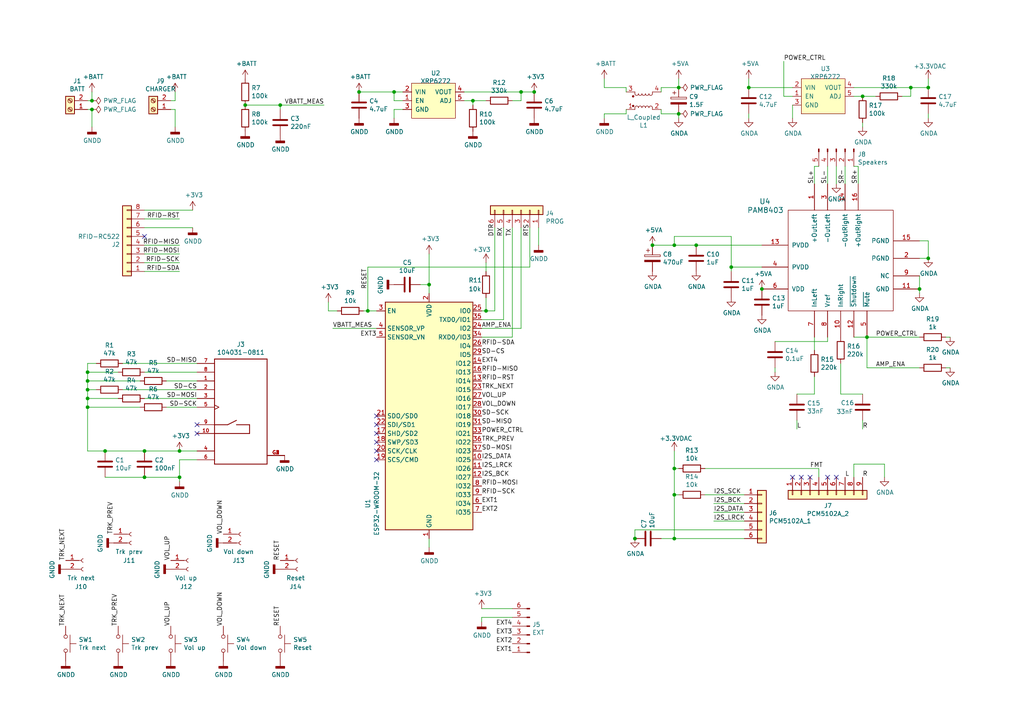
<source format=kicad_sch>
(kicad_sch (version 20211123) (generator eeschema)
  (paper "A4")
  (title_block (title "LauraBox") (date "27.09.2020") (rev "1.0"))
  (junction (at 26.67 31.75))
  (junction (at 25.4 110.49))
  (junction (at 52.07 130.81))
  (junction (at 201.93 71.12))
  (junction (at 196.85 25.4))
  (junction (at 217.17 25.4))
  (junction (at 264.16 25.4))
  (junction (at 104.14 26.67))
  (junction (at 250.19 27.94))
  (junction (at 124.46 82.55))
  (junction (at 220.98 83.82))
  (junction (at 114.3 26.67))
  (junction (at 212.09 77.47))
  (junction (at 195.58 143.51))
  (junction (at 195.58 135.89))
  (junction (at 25.4 107.95))
  (junction (at 195.58 71.12))
  (junction (at 269.24 25.4))
  (junction (at 269.24 74.93))
  (junction (at 140.97 90.17))
  (junction (at 137.16 29.21))
  (junction (at 151.13 26.67))
  (junction (at 25.4 115.57))
  (junction (at 71.12 30.48))
  (junction (at 81.28 30.48))
  (junction (at 251.46 97.79))
  (junction (at 52.07 138.43))
  (junction (at 196.85 33.02))
  (junction (at 41.91 130.81))
  (junction (at 41.91 138.43))
  (junction (at 26.67 29.21))
  (junction (at 25.4 113.03))
  (junction (at 25.4 118.11))
  (junction (at 30.48 130.81))
  (junction (at 106.68 90.17))
  (junction (at 195.58 156.21))
  (junction (at 189.23 71.12))
  (junction (at 184.15 156.21))
  (junction (at 266.7 83.82))
  (junction (at 154.94 26.67))
  (no_connect (at 242.57 138.43))
  (no_connect (at 234.95 138.43))
  (no_connect (at 109.22 120.65))
  (no_connect (at 232.41 138.43))
  (no_connect (at 109.22 133.35))
  (no_connect (at 57.15 125.73))
  (no_connect (at 109.22 123.19))
  (no_connect (at 229.87 138.43))
  (no_connect (at 41.91 68.58))
  (no_connect (at 109.22 130.81))
  (no_connect (at 240.03 138.43))
  (no_connect (at 57.15 123.19))
  (no_connect (at 109.22 128.27))
  (no_connect (at 109.22 125.73))
  (wire (pts (xy 243.84 114.3) (xy 243.84 105.41)))
  (wire (pts (xy 217.17 25.4) (xy 229.87 25.4)))
  (wire (pts (xy 96.52 95.25) (xy 109.22 95.25)))
  (wire (pts (xy 52.07 63.5) (xy 41.91 63.5)))
  (wire (pts (xy 151.13 26.67) (xy 151.13 29.21)))
  (wire (pts (xy 189.23 71.12) (xy 195.58 71.12)))
  (wire (pts (xy 266.7 80.01) (xy 266.7 83.82)))
  (wire (pts (xy 231.14 114.3) (xy 236.22 114.3)))
  (wire (pts (xy 201.93 71.12) (xy 220.98 71.12)))
  (wire (pts (xy 146.05 66.04) (xy 146.05 92.71)))
  (wire (pts (xy 41.91 115.57) (xy 57.15 115.57)))
  (wire (pts (xy 109.22 90.17) (xy 106.68 90.17)))
  (wire (pts (xy 196.85 143.51) (xy 195.58 143.51)))
  (wire (pts (xy 236.22 114.3) (xy 236.22 109.22)))
  (wire (pts (xy 25.4 130.81) (xy 30.48 130.81)))
  (wire (pts (xy 181.61 26.67) (xy 181.61 25.4)))
  (wire (pts (xy 237.49 138.43) (xy 237.49 135.89)))
  (wire (pts (xy 251.46 97.79) (xy 251.46 106.68)))
  (wire (pts (xy 139.7 90.17) (xy 140.97 90.17)))
  (wire (pts (xy 256.54 134.62) (xy 256.54 138.43)))
  (wire (pts (xy 181.61 31.75) (xy 181.61 33.02)))
  (wire (pts (xy 116.84 29.21) (xy 114.3 29.21)))
  (wire (pts (xy 25.4 29.21) (xy 26.67 29.21)))
  (wire (pts (xy 139.7 176.53) (xy 148.59 176.53)))
  (wire (pts (xy 148.59 97.79) (xy 148.59 66.04)))
  (wire (pts (xy 124.46 73.66) (xy 124.46 82.55)))
  (wire (pts (xy 204.47 135.89) (xy 237.49 135.89)))
  (wire (pts (xy 52.07 73.66) (xy 41.91 73.66)))
  (wire (pts (xy 227.33 17.78) (xy 227.33 27.94)))
  (wire (pts (xy 247.65 48.26) (xy 248.92 48.26)))
  (wire (pts (xy 204.47 143.51) (xy 215.9 143.51)))
  (wire (pts (xy 195.58 143.51) (xy 195.58 156.21)))
  (wire (pts (xy 247.65 138.43) (xy 247.65 134.62)))
  (wire (pts (xy 52.07 133.35) (xy 57.15 133.35)))
  (wire (pts (xy 139.7 95.25) (xy 151.13 95.25)))
  (wire (pts (xy 266.7 69.85) (xy 269.24 69.85)))
  (wire (pts (xy 139.7 179.07) (xy 148.59 179.07)))
  (wire (pts (xy 48.26 118.11) (xy 57.15 118.11)))
  (wire (pts (xy 229.87 30.48) (xy 229.87 34.29)))
  (wire (pts (xy 106.68 77.47) (xy 106.68 90.17)))
  (wire (pts (xy 250.19 124.46) (xy 250.19 121.92)))
  (wire (pts (xy 247.65 27.94) (xy 250.19 27.94)))
  (wire (pts (xy 27.94 113.03) (xy 25.4 113.03)))
  (wire (pts (xy 48.26 110.49) (xy 57.15 110.49)))
  (wire (pts (xy 134.62 29.21) (xy 137.16 29.21)))
  (wire (pts (xy 25.4 110.49) (xy 25.4 113.03)))
  (wire (pts (xy 247.65 134.62) (xy 256.54 134.62)))
  (wire (pts (xy 251.46 97.79) (xy 266.7 97.79)))
  (wire (pts (xy 140.97 90.17) (xy 140.97 86.36)))
  (wire (pts (xy 175.26 22.86) (xy 175.26 25.4)))
  (wire (pts (xy 26.67 31.75) (xy 26.67 36.83)))
  (wire (pts (xy 207.01 146.05) (xy 215.9 146.05)))
  (wire (pts (xy 195.58 71.12) (xy 201.93 71.12)))
  (wire (pts (xy 195.58 156.21) (xy 191.77 156.21)))
  (wire (pts (xy 191.77 26.67) (xy 191.77 25.4)))
  (wire (pts (xy 266.7 106.68) (xy 251.46 106.68)))
  (wire (pts (xy 195.58 135.89) (xy 195.58 143.51)))
  (wire (pts (xy 191.77 31.75) (xy 191.77 33.02)))
  (wire (pts (xy 231.14 124.46) (xy 231.14 121.92)))
  (wire (pts (xy 274.32 106.68) (xy 275.59 106.68)))
  (wire (pts (xy 143.51 66.04) (xy 143.51 90.17)))
  (wire (pts (xy 40.64 110.49) (xy 25.4 110.49)))
  (wire (pts (xy 151.13 29.21) (xy 148.59 29.21)))
  (wire (pts (xy 196.85 22.86) (xy 196.85 25.4)))
  (wire (pts (xy 217.17 25.4) (xy 217.17 22.86)))
  (wire (pts (xy 236.22 97.79) (xy 236.22 101.6)))
  (wire (pts (xy 195.58 68.58) (xy 195.58 71.12)))
  (wire (pts (xy 227.33 27.94) (xy 229.87 27.94)))
  (wire (pts (xy 124.46 156.21) (xy 124.46 158.75)))
  (wire (pts (xy 264.16 25.4) (xy 269.24 25.4)))
  (wire (pts (xy 236.22 48.26) (xy 237.49 48.26)))
  (wire (pts (xy 95.25 87.63) (xy 95.25 90.17)))
  (wire (pts (xy 220.98 77.47) (xy 212.09 77.47)))
  (wire (pts (xy 106.68 90.17) (xy 105.41 90.17)))
  (wire (pts (xy 124.46 82.55) (xy 124.46 85.09)))
  (wire (pts (xy 261.62 27.94) (xy 264.16 27.94)))
  (wire (pts (xy 40.64 118.11) (xy 25.4 118.11)))
  (wire (pts (xy 181.61 25.4) (xy 175.26 25.4)))
  (wire (pts (xy 139.7 180.34) (xy 139.7 179.07)))
  (wire (pts (xy 95.25 90.17) (xy 97.79 90.17)))
  (wire (pts (xy 212.09 77.47) (xy 212.09 78.74)))
  (wire (pts (xy 207.01 148.59) (xy 215.9 148.59)))
  (wire (pts (xy 41.91 60.96) (xy 55.88 60.96)))
  (wire (pts (xy 247.65 97.79) (xy 251.46 97.79)))
  (wire (pts (xy 191.77 25.4) (xy 196.85 25.4)))
  (wire (pts (xy 25.4 113.03) (xy 25.4 115.57)))
  (wire (pts (xy 250.19 35.56) (xy 250.19 36.83)))
  (wire (pts (xy 25.4 118.11) (xy 25.4 130.81)))
  (wire (pts (xy 25.4 31.75) (xy 26.67 31.75)))
  (wire (pts (xy 114.3 26.67) (xy 116.84 26.67)))
  (wire (pts (xy 30.48 138.43) (xy 41.91 138.43)))
  (wire (pts (xy 250.19 114.3) (xy 243.84 114.3)))
  (wire (pts (xy 52.07 133.35) (xy 52.07 138.43)))
  (wire (pts (xy 245.11 48.26) (xy 245.11 53.34)))
  (wire (pts (xy 52.07 76.2) (xy 41.91 76.2)))
  (wire (pts (xy 250.19 27.94) (xy 254 27.94)))
  (wire (pts (xy 104.14 26.67) (xy 114.3 26.67)))
  (wire (pts (xy 184.15 153.67) (xy 184.15 156.21)))
  (wire (pts (xy 224.79 99.06) (xy 240.03 99.06)))
  (wire (pts (xy 242.57 48.26) (xy 242.57 53.34)))
  (wire (pts (xy 151.13 26.67) (xy 154.94 26.67)))
  (wire (pts (xy 50.8 31.75) (xy 50.8 36.83)))
  (wire (pts (xy 25.4 107.95) (xy 25.4 110.49)))
  (wire (pts (xy 114.3 29.21) (xy 114.3 26.67)))
  (wire (pts (xy 41.91 138.43) (xy 52.07 138.43)))
  (wire (pts (xy 41.91 130.81) (xy 52.07 130.81)))
  (wire (pts (xy 35.56 113.03) (xy 57.15 113.03)))
  (wire (pts (xy 248.92 48.26) (xy 248.92 53.34)))
  (wire (pts (xy 274.32 97.79) (xy 275.59 97.79)))
  (wire (pts (xy 30.48 130.81) (xy 41.91 130.81)))
  (wire (pts (xy 247.65 25.4) (xy 264.16 25.4)))
  (wire (pts (xy 212.09 77.47) (xy 212.09 68.58)))
  (wire (pts (xy 240.03 53.34) (xy 240.03 48.26)))
  (wire (pts (xy 34.29 107.95) (xy 25.4 107.95)))
  (wire (pts (xy 81.28 30.48) (xy 81.28 31.75)))
  (wire (pts (xy 52.07 78.74) (xy 41.91 78.74)))
  (wire (pts (xy 195.58 156.21) (xy 215.9 156.21)))
  (wire (pts (xy 224.79 106.68) (xy 224.79 107.95)))
  (wire (pts (xy 114.3 31.75) (xy 114.3 34.29)))
  (wire (pts (xy 269.24 22.86) (xy 269.24 25.4)))
  (wire (pts (xy 266.7 74.93) (xy 269.24 74.93)))
  (wire (pts (xy 175.26 33.02) (xy 175.26 34.29)))
  (wire (pts (xy 266.7 83.82) (xy 266.7 85.09)))
  (wire (pts (xy 25.4 105.41) (xy 27.94 105.41)))
  (wire (pts (xy 212.09 68.58) (xy 195.58 68.58)))
  (wire (pts (xy 146.05 92.71) (xy 139.7 92.71)))
  (wire (pts (xy 71.12 30.48) (xy 81.28 30.48)))
  (wire (pts (xy 269.24 33.02) (xy 269.24 34.29)))
  (wire (pts (xy 121.92 82.55) (xy 124.46 82.55)))
  (wire (pts (xy 181.61 33.02) (xy 175.26 33.02)))
  (wire (pts (xy 151.13 95.25) (xy 151.13 66.04)))
  (wire (pts (xy 240.03 99.06) (xy 240.03 97.79)))
  (wire (pts (xy 153.67 77.47) (xy 106.68 77.47)))
  (wire (pts (xy 143.51 90.17) (xy 140.97 90.17)))
  (wire (pts (xy 137.16 29.21) (xy 137.16 30.48)))
  (wire (pts (xy 41.91 66.04) (xy 55.88 66.04)))
  (wire (pts (xy 196.85 33.02) (xy 196.85 34.29)))
  (wire (pts (xy 137.16 29.21) (xy 140.97 29.21)))
  (wire (pts (xy 156.21 66.04) (xy 156.21 71.12)))
  (wire (pts (xy 207.01 151.13) (xy 215.9 151.13)))
  (wire (pts (xy 49.53 29.21) (xy 50.8 29.21)))
  (wire (pts (xy 41.91 107.95) (xy 57.15 107.95)))
  (wire (pts (xy 153.67 66.04) (xy 153.67 77.47)))
  (wire (pts (xy 191.77 33.02) (xy 196.85 33.02)))
  (wire (pts (xy 49.53 31.75) (xy 50.8 31.75)))
  (wire (pts (xy 264.16 27.94) (xy 264.16 25.4)))
  (wire (pts (xy 195.58 130.81) (xy 195.58 135.89)))
  (wire (pts (xy 140.97 76.2) (xy 140.97 78.74)))
  (wire (pts (xy 25.4 105.41) (xy 25.4 107.95)))
  (wire (pts (xy 184.15 153.67) (xy 215.9 153.67)))
  (wire (pts (xy 25.4 115.57) (xy 25.4 118.11)))
  (wire (pts (xy 52.07 71.12) (xy 41.91 71.12)))
  (wire (pts (xy 34.29 115.57) (xy 25.4 115.57)))
  (wire (pts (xy 269.24 69.85) (xy 269.24 74.93)))
  (wire (pts (xy 116.84 31.75) (xy 114.3 31.75)))
  (wire (pts (xy 35.56 105.41) (xy 57.15 105.41)))
  (wire (pts (xy 139.7 97.79) (xy 148.59 97.79)))
  (wire (pts (xy 52.07 138.43) (xy 52.07 139.7)))
  (wire (pts (xy 217.17 33.02) (xy 217.17 34.29)))
  (wire (pts (xy 26.67 26.67) (xy 26.67 29.21)))
  (wire (pts (xy 134.62 26.67) (xy 151.13 26.67)))
  (wire (pts (xy 52.07 130.81) (xy 57.15 130.81)))
  (wire (pts (xy 93.98 30.48) (xy 81.28 30.48)))
  (wire (pts (xy 50.8 26.67) (xy 50.8 29.21)))
  (wire (pts (xy 196.85 135.89) (xy 195.58 135.89)))
  (wire (pts (xy 236.22 53.34) (xy 236.22 48.26)))
  (label "RESET" (at 106.68 83.82 90))
  (label "VBATT_MEAS" (at 93.98 30.48 180))
  (label "VOL_UP" (at 49.53 162.56 90))
  (label "TRK_NEXT" (at 19.05 181.61 90))
  (label "TRK_NEXT" (at 19.05 162.56 90))
  (label "EXT3" (at 109.22 97.79 180))
  (label "RESET" (at 81.28 162.56 90))
  (label "RFID-SDA" (at 52.07 78.74 180))
  (label "SR-" (at 245.11 53.34 90))
  (label "L" (at 231.14 124.46 0))
  (label "EXT1" (at 148.59 189.23 180))
  (label "SD-MISO" (at 139.7 123.19 0))
  (label "VOL_DOWN" (at 139.7 118.11 0))
  (label "SD-CS" (at 57.15 113.03 180))
  (label "RFID-MOSI" (at 52.07 73.66 180))
  (label "RFID-RST" (at 139.7 110.49 0))
  (label "FMT" (at 234.95 135.89 0))
  (label "I2S_LRCK" (at 207.01 151.13 0))
  (label "RTS" (at 153.67 68.58 90))
  (label "VOL_UP" (at 139.7 115.57 0))
  (label "SD-SCK" (at 139.7 120.65 0))
  (label "SL-" (at 240.03 53.34 90))
  (label "SD-MOSI" (at 139.7 130.81 0))
  (label "POWER_CTRL" (at 139.7 125.73 0))
  (label "TRK_PREV" (at 139.7 128.27 0))
  (label "EXT3" (at 148.59 184.15 180))
  (label "TRK_NEXT" (at 139.7 113.03 0))
  (label "I2S_BCK" (at 207.01 146.05 0))
  (label "DTR" (at 143.51 68.58 90))
  (label "SD-MISO" (at 57.15 105.41 180))
  (label "RFID-RST" (at 52.07 63.5 180))
  (label "POWER_CTRL" (at 227.33 17.78 0))
  (label "I2S_SCK" (at 207.01 143.51 0))
  (label "EXT4" (at 148.59 181.61 180))
  (label "POWER_CTRL" (at 254 97.79 0))
  (label "TX" (at 148.59 68.58 90))
  (label "EXT2" (at 148.59 186.69 180))
  (label "L" (at 245.11 138.43 0))
  (label "RFID-SCK" (at 139.7 143.51 0))
  (label "SR+" (at 248.92 53.34 90))
  (label "VOL_UP" (at 49.53 181.61 90))
  (label "I2S_DATA" (at 207.01 148.59 0))
  (label "RFID-MISO" (at 52.07 71.12 180))
  (label "TRK_PREV" (at 33.02 154.94 90))
  (label "I2S_DATA" (at 139.7 133.35 0))
  (label "SD-CS" (at 139.7 102.87 0))
  (label "VOL_DOWN" (at 64.77 154.94 90))
  (label "VOL_DOWN" (at 64.77 181.61 90))
  (label "EXT4" (at 139.7 105.41 0))
  (label "SD-MOSI" (at 57.15 115.57 180))
  (label "VBATT_MEAS" (at 96.52 95.25 0))
  (label "RFID-SDA" (at 139.7 100.33 0))
  (label "SD-SCK" (at 57.15 118.11 180))
  (label "EXT1" (at 139.7 146.05 0))
  (label "I2S_LRCK" (at 139.7 135.89 0))
  (label "R" (at 250.19 124.46 0))
  (label "SL+" (at 236.22 53.34 90))
  (label "RFID-SCK" (at 52.07 76.2 180))
  (label "AMP_ENA" (at 254 106.68 0))
  (label "EXT2" (at 139.7 148.59 0))
  (label "TRK_PREV" (at 34.29 181.61 90))
  (label "RFID-MISO" (at 139.7 107.95 0))
  (label "AMP_ENA" (at 139.7 95.25 0))
  (label "R" (at 250.19 138.43 0))
  (label "RFID-MOSI" (at 139.7 140.97 0))
  (label "I2S_BCK" (at 139.7 138.43 0))
  (label "RESET" (at 81.28 181.61 90))
  (label "RX" (at 146.05 68.58 90))
  (symbol (lib_id "hardware-rescue:ESP32-WROOM-32-RF_Module-hardware-rescue") (at 124.46 120.65 0) (unit 1)
    (property "Reference" "U1" (at 106.68 146.05 90))
    (property "Value" "ESP32-WROOM-32" (at 109.22 146.05 90))
    (property "Footprint" "RF_Module:ESP32-WROOM-32" (effects hide))
    (property "Datasheet" "https://www.espressif.com/sites/default/files/documentation/esp32-wroom-32_datasheet_en.pdf" (effects hide))
  )
  (symbol (lib_id "Connector_Generic:Conn_01x08") (at 36.83 71.12 180) (unit 1)
    (property "Reference" "J2" (at 34.798 70.9168 0) (effects (justify left)))
    (property "Value" "RFID-RC522" (at 34.798 68.6054 0) (effects (justify left)))
    (property "Footprint" "RFID-RC522:RFID-RC522-Module" (effects hide))
  )
  (symbol (lib_id "Connector_Generic:Conn_01x06") (at 220.98 148.59 0) (unit 1)
    (property "Reference" "J6" (at 223.012 148.7932 0) (effects (justify left)))
    (property "Value" "PCM5102A_1" (at 223.012 151.1046 0) (effects (justify left)))
    (property "Footprint" "Connector_PinSocket_2.54mm:PinSocket_1x06_P2.54mm_Vertical" (effects hide))
  )
  (symbol (lib_id "Connector_Generic:Conn_01x09") (at 240.03 143.51 90) (mirror x) (unit 1)
    (property "Reference" "J7" (at 240.1316 146.685 90))
    (property "Value" "PCM5102A_2" (at 240.1316 148.9964 90))
    (property "Footprint" "Connector_PinSocket_2.54mm:PinSocket_1x09_P2.54mm_Vertical" (effects hide))
  )
  (symbol (lib_id "Connector_Generic:Conn_01x06") (at 151.13 60.96 270) (mirror x) (unit 1)
    (property "Reference" "J4" (at 158.242 61.8744 90) (effects (justify left)))
    (property "Value" "PROG" (at 158.242 64.1858 90) (effects (justify left)))
    (property "Footprint" "Connector_Molex:Molex_KK-254_AE-6410-06A_1x06_P2.54mm_Vertical" (effects hide))
  )
  (symbol (lib_id "power:GNDA") (at 189.23 78.74 0) (unit 1)
    (property "Reference" "#PWR034" (effects hide))
    (property "Value" "GNDA" (at 189.357 83.1342 0))
  )
  (symbol (lib_id "power:+5VA") (at 189.23 71.12 0) (unit 1)
    (property "Reference" "#PWR033" (effects hide))
    (property "Value" "+5VA" (at 189.611 66.7258 0))
  )
  (symbol (lib_id "Connector:Conn_01x05_Male") (at 242.57 43.18 270) (unit 1)
    (property "Reference" "J8" (at 248.7676 44.7548 90) (effects (justify left)))
    (property "Value" "Speakers" (at 248.7676 47.0662 90) (effects (justify left)))
    (property "Footprint" "Connector_Molex:Molex_KK-254_AE-6410-05A_1x05_P2.54mm_Vertical" (effects hide))
  )
  (symbol (lib_id "power:GNDD") (at 52.07 139.7 0) (unit 1)
    (property "Reference" "#PWR06" (effects hide))
    (property "Value" "GNDD" (at 52.1716 143.637 0))
  )
  (symbol (lib_id "power:GNDD") (at 55.88 66.04 0) (unit 1)
    (property "Reference" "#PWR08" (effects hide))
    (property "Value" "GNDD" (at 55.9816 69.977 0))
  )
  (symbol (lib_id "power:GNDD") (at 156.21 71.12 0) (unit 1)
    (property "Reference" "#PWR029" (effects hide))
    (property "Value" "GNDD" (at 156.3116 75.057 0))
  )
  (symbol (lib_id "power:+3.3VDAC") (at 195.58 130.81 0) (unit 1)
    (property "Reference" "#PWR035" (effects hide))
    (property "Value" "+3.3VDAC" (at 196.088 127.1778 0))
  )
  (symbol (lib_id "Switch:SW_Push") (at 49.53 186.69 270) (unit 1)
    (property "Reference" "SW3" (at 53.2892 185.5216 90) (effects (justify left)))
    (property "Value" "Vol up" (at 53.2892 187.833 90) (effects (justify left)))
    (property "Footprint" "Button_Switch_SMD:SW_Push_1P1T_NO_6x6mm_H9.5mm" (effects hide))
  )
  (symbol (lib_id "Switch:SW_Push") (at 64.77 186.69 270) (unit 1)
    (property "Reference" "SW4" (at 68.5292 185.5216 90) (effects (justify left)))
    (property "Value" "Vol down" (at 68.5292 187.833 90) (effects (justify left)))
    (property "Footprint" "Button_Switch_SMD:SW_Push_1P1T_NO_6x6mm_H9.5mm" (effects hide))
  )
  (symbol (lib_id "Switch:SW_Push") (at 34.29 186.69 270) (unit 1)
    (property "Reference" "SW2" (at 38.0492 185.5216 90) (effects (justify left)))
    (property "Value" "Trk prev" (at 38.0492 187.833 90) (effects (justify left)))
    (property "Footprint" "Button_Switch_SMD:SW_Push_1P1T_NO_6x6mm_H9.5mm" (effects hide))
  )
  (symbol (lib_id "Switch:SW_Push") (at 19.05 186.69 270) (unit 1)
    (property "Reference" "SW1" (at 22.8092 185.5216 90) (effects (justify left)))
    (property "Value" "Trk next" (at 22.8092 187.833 90) (effects (justify left)))
    (property "Footprint" "Button_Switch_SMD:SW_Push_1P1T_NO_6x6mm_H9.5mm" (effects hide))
  )
  (symbol (lib_id "power:GNDA") (at 184.15 156.21 0) (unit 1)
    (property "Reference" "#PWR032" (effects hide))
    (property "Value" "GNDA" (at 184.277 160.6042 0))
  )
  (symbol (lib_id "power:GNDD") (at 19.05 191.77 0) (unit 1)
    (property "Reference" "#PWR03" (effects hide))
    (property "Value" "GNDD" (at 19.1516 195.707 0))
  )
  (symbol (lib_id "power:GNDD") (at 34.29 191.77 0) (unit 1)
    (property "Reference" "#PWR04" (effects hide))
    (property "Value" "GNDD" (at 34.3916 195.707 0))
  )
  (symbol (lib_id "power:GNDD") (at 49.53 191.77 0) (unit 1)
    (property "Reference" "#PWR09" (effects hide))
    (property "Value" "GNDD" (at 49.6316 195.707 0))
  )
  (symbol (lib_id "power:GNDD") (at 64.77 191.77 0) (unit 1)
    (property "Reference" "#PWR013" (effects hide))
    (property "Value" "GNDD" (at 64.8716 195.707 0))
  )
  (symbol (lib_id "Device:R") (at 200.66 135.89 270) (unit 1)
    (property "Reference" "R13" (at 200.66 130.6322 90))
    (property "Value" "10k" (at 200.66 132.9436 90))
    (property "Footprint" "Resistor_SMD:R_0612_1632Metric_Pad1.18x3.40mm_HandSolder" (effects hide))
  )
  (symbol (lib_id "power:GNDD") (at 26.67 36.83 0) (unit 1)
    (property "Reference" "#PWR02" (effects hide))
    (property "Value" "GNDD" (at 26.7716 40.767 0))
  )
  (symbol (lib_id "power:GNDD") (at 124.46 158.75 0) (unit 1)
    (property "Reference" "#PWR022" (effects hide))
    (property "Value" "GNDD" (at 124.5616 162.687 0))
  )
  (symbol (lib_id "Device:R") (at 101.6 90.17 270) (unit 1)
    (property "Reference" "R9" (at 101.6 84.9122 90))
    (property "Value" "10k" (at 101.6 87.2236 90))
    (property "Footprint" "Resistor_SMD:R_0612_1632Metric_Pad1.18x3.40mm_HandSolder" (effects hide))
  )
  (symbol (lib_id "Device:R") (at 140.97 82.55 0) (unit 1)
    (property "Reference" "R11" (at 135.89 81.28 0) (effects (justify left)))
    (property "Value" "10k" (at 135.89 83.82 0) (effects (justify left)))
    (property "Footprint" "Resistor_SMD:R_0612_1632Metric_Pad1.18x3.40mm_HandSolder" (effects hide))
  )
  (symbol (lib_id "power:+5VA") (at 196.85 22.86 0) (unit 1)
    (property "Reference" "#PWR036" (effects hide))
    (property "Value" "+5VA" (at 197.231 18.4658 0))
  )
  (symbol (lib_id "power:+3.3VDAC") (at 269.24 22.86 0) (unit 1)
    (property "Reference" "#PWR049" (effects hide))
    (property "Value" "+3.3VDAC" (at 269.748 19.2278 0))
  )
  (symbol (lib_id "hardware-rescue:+3.3V-power") (at 55.88 60.96 0) (unit 1)
    (property "Reference" "#PWR07" (effects hide))
    (property "Value" "+3.3V" (at 56.261 56.5658 0))
  )
  (symbol (lib_id "hardware-rescue:+3.3V-power") (at 95.25 87.63 0) (unit 1)
    (property "Reference" "#PWR016" (effects hide))
    (property "Value" "+3.3V" (at 95.631 83.2358 0))
  )
  (symbol (lib_id "power:GNDA") (at 196.85 34.29 0) (unit 1)
    (property "Reference" "#PWR037" (effects hide))
    (property "Value" "GNDA" (at 196.977 38.6842 0))
  )
  (symbol (lib_id "power:GNDD") (at 175.26 34.29 0) (unit 1)
    (property "Reference" "#PWR031" (effects hide))
    (property "Value" "GNDD" (at 175.3616 38.227 0))
  )
  (symbol (lib_id "Device:C") (at 217.17 29.21 0) (unit 1)
    (property "Reference" "C12" (at 220.091 28.0416 0) (effects (justify left)))
    (property "Value" "4.7uF" (at 220.091 30.353 0) (effects (justify left)))
    (property "Footprint" "Capacitor_SMD:C_1206_3216Metric_Pad1.42x1.75mm_HandSolder" (effects hide))
  )
  (symbol (lib_id "hardware-rescue:CP-Device") (at 196.85 29.21 0) (unit 1)
    (property "Reference" "C9" (at 199.8472 28.0416 0) (effects (justify left)))
    (property "Value" "1.5F" (at 199.8472 30.353 0) (effects (justify left)))
    (property "Footprint" "Capacitor_THT:C_Rect_L16.5mm_W8.7mm_P15.00mm_MKT" (effects hide))
  )
  (symbol (lib_id "Device:C") (at 269.24 29.21 0) (unit 1)
    (property "Reference" "C17" (at 272.161 28.0416 0) (effects (justify left)))
    (property "Value" "4.7uF" (at 272.161 30.353 0) (effects (justify left)))
    (property "Footprint" "Capacitor_SMD:C_1206_3216Metric_Pad1.42x1.75mm_HandSolder" (effects hide))
  )
  (symbol (lib_id "power:GNDA") (at 269.24 34.29 0) (unit 1)
    (property "Reference" "#PWR050" (effects hide))
    (property "Value" "GNDA" (at 269.367 38.6842 0))
  )
  (symbol (lib_id "Device:C") (at 187.96 156.21 90) (unit 1)
    (property "Reference" "C7" (at 186.7916 153.289 0) (effects (justify left)))
    (property "Value" "10uF" (at 189.103 153.289 0) (effects (justify left)))
    (property "Footprint" "Capacitor_SMD:C_0805_2012Metric_Pad1.15x1.40mm_HandSolder" (effects hide))
  )
  (symbol (lib_id "Device:C") (at 118.11 82.55 270) (unit 1)
    (property "Reference" "C5" (at 118.11 76.1492 90))
    (property "Value" "10uF" (at 118.11 78.4606 90))
    (property "Footprint" "Capacitor_SMD:C_0805_2012Metric_Pad1.15x1.40mm_HandSolder" (effects hide))
  )
  (symbol (lib_id "power:GNDD") (at 114.3 82.55 270) (unit 1)
    (property "Reference" "#PWR020" (effects hide))
    (property "Value" "GNDD" (at 110.363 82.6516 0))
  )
  (symbol (lib_id "power:GNDA") (at 266.7 85.09 0) (unit 1)
    (property "Reference" "#PWR048" (effects hide))
    (property "Value" "GNDA" (at 266.827 89.4842 0))
  )
  (symbol (lib_id "XRP6272:XRP6272") (at 125.73 20.32 0) (unit 1)
    (property "Reference" "U2" (at 126.365 21.209 0))
    (property "Value" "XRP6272" (at 126.365 23.5204 0))
    (property "Footprint" "Package_TO_SOT_SMD:TO-252-5_TabPin3" (effects hide))
  )
  (symbol (lib_id "power:GNDD") (at 114.3 34.29 0) (unit 1)
    (property "Reference" "#PWR019" (effects hide))
    (property "Value" "GNDD" (at 114.4016 38.227 0))
  )
  (symbol (lib_id "Device:R") (at 137.16 34.29 0) (unit 1)
    (property "Reference" "R10" (at 138.938 33.1216 0) (effects (justify left)))
    (property "Value" "100k" (at 138.938 35.433 0) (effects (justify left)))
    (property "Footprint" "Resistor_SMD:R_0612_1632Metric_Pad1.18x3.40mm_HandSolder" (effects hide))
  )
  (symbol (lib_id "Device:R") (at 144.78 29.21 270) (unit 1)
    (property "Reference" "R12" (at 144.78 23.9522 90))
    (property "Value" "330k" (at 144.78 26.2636 90))
    (property "Footprint" "Resistor_SMD:R_0612_1632Metric_Pad1.18x3.40mm_HandSolder" (effects hide))
  )
  (symbol (lib_id "power:GNDD") (at 137.16 38.1 0) (unit 1)
    (property "Reference" "#PWR023" (effects hide))
    (property "Value" "GNDD" (at 137.2616 42.037 0))
  )
  (symbol (lib_id "Device:C") (at 104.14 30.48 0) (unit 1)
    (property "Reference" "C4" (at 107.061 29.3116 0) (effects (justify left)))
    (property "Value" "4.7uF" (at 107.061 31.623 0) (effects (justify left)))
    (property "Footprint" "Capacitor_SMD:C_1206_3216Metric_Pad1.42x1.75mm_HandSolder" (effects hide))
  )
  (symbol (lib_id "power:GNDD") (at 104.14 34.29 0) (unit 1)
    (property "Reference" "#PWR018" (effects hide))
    (property "Value" "GNDD" (at 104.2416 38.227 0))
  )
  (symbol (lib_id "Device:C") (at 154.94 30.48 0) (unit 1)
    (property "Reference" "C6" (at 157.861 29.3116 0) (effects (justify left)))
    (property "Value" "4.7uF" (at 157.861 31.623 0) (effects (justify left)))
    (property "Footprint" "Capacitor_SMD:C_1206_3216Metric_Pad1.42x1.75mm_HandSolder" (effects hide))
  )
  (symbol (lib_id "power:GNDD") (at 154.94 34.29 0) (unit 1)
    (property "Reference" "#PWR028" (effects hide))
    (property "Value" "GNDD" (at 155.0416 38.227 0))
  )
  (symbol (lib_id "Device:L_Coupled") (at 186.69 29.21 0) (mirror x) (unit 1)
    (property "Reference" "L1" (at 186.69 36.3474 0))
    (property "Value" "L_Coupled" (at 186.69 34.036 0))
    (property "Footprint" "choke:Choke_21x17mm" (effects hide))
  )
  (symbol (lib_id "hardware-rescue:+3.3V-power") (at 124.46 73.66 0) (unit 1)
    (property "Reference" "#PWR021" (effects hide))
    (property "Value" "+3.3V" (at 124.841 69.2658 0))
  )
  (symbol (lib_id "hardware-rescue:+3.3V-power") (at 140.97 76.2 0) (unit 1)
    (property "Reference" "#PWR026" (effects hide))
    (property "Value" "+3.3V" (at 139.7 72.39 0))
  )
  (symbol (lib_id "hardware-rescue:+3.3V-power") (at 154.94 26.67 0) (unit 1)
    (property "Reference" "#PWR027" (effects hide))
    (property "Value" "+3.3V" (at 155.321 22.2758 0))
  )
  (symbol (lib_id "power:+5VA") (at 217.17 22.86 0) (unit 1)
    (property "Reference" "#PWR040" (effects hide))
    (property "Value" "+5VA" (at 217.551 18.4658 0))
  )
  (symbol (lib_id "power:GNDA") (at 250.19 36.83 0) (unit 1)
    (property "Reference" "#PWR046" (effects hide))
    (property "Value" "GNDA" (at 250.317 41.2242 0))
  )
  (symbol (lib_id "power:GNDA") (at 217.17 34.29 0) (unit 1)
    (property "Reference" "#PWR041" (effects hide))
    (property "Value" "GNDA" (at 217.297 38.6842 0))
  )
  (symbol (lib_id "Device:R") (at 200.66 143.51 270) (unit 1)
    (property "Reference" "R14" (at 200.66 138.2522 90))
    (property "Value" "10k" (at 200.66 140.5636 90))
    (property "Footprint" "Resistor_SMD:R_0612_1632Metric_Pad1.18x3.40mm_HandSolder" (effects hide))
  )
  (symbol (lib_id "Connector:Screw_Terminal_01x02") (at 20.32 31.75 180) (unit 1)
    (property "Reference" "J1" (at 22.4028 23.495 0))
    (property "Value" "BATT" (at 22.4028 25.8064 0))
    (property "Footprint" "Connector_Molex:Molex_KK-254_AE-6410-02A_1x02_P2.54mm_Vertical" (effects hide))
  )
  (symbol (lib_id "power:+BATT") (at 26.67 26.67 0) (unit 1)
    (property "Reference" "#PWR01" (effects hide))
    (property "Value" "+BATT" (at 27.051 22.2758 0))
  )
  (symbol (lib_id "power:+BATT") (at 104.14 26.67 0) (unit 1)
    (property "Reference" "#PWR017" (effects hide))
    (property "Value" "+BATT" (at 104.521 22.2758 0))
  )
  (symbol (lib_id "power:+BATT") (at 175.26 22.86 0) (unit 1)
    (property "Reference" "#PWR030" (effects hide))
    (property "Value" "+BATT" (at 175.641 18.4658 0))
  )
  (symbol (lib_id "Device:R") (at 71.12 26.67 0) (unit 1)
    (property "Reference" "R7" (at 72.898 25.5016 0) (effects (justify left)))
    (property "Value" "100k" (at 72.898 27.813 0) (effects (justify left)))
    (property "Footprint" "Resistor_SMD:R_0612_1632Metric_Pad1.18x3.40mm_HandSolder" (effects hide))
  )
  (symbol (lib_id "Device:R") (at 71.12 34.29 0) (unit 1)
    (property "Reference" "R8" (at 72.898 33.1216 0) (effects (justify left)))
    (property "Value" "100k" (at 72.898 35.433 0) (effects (justify left)))
    (property "Footprint" "Resistor_SMD:R_0612_1632Metric_Pad1.18x3.40mm_HandSolder" (effects hide))
  )
  (symbol (lib_id "power:+BATT") (at 71.12 22.86 0) (unit 1)
    (property "Reference" "#PWR010" (effects hide))
    (property "Value" "+BATT" (at 71.501 18.4658 0))
  )
  (symbol (lib_id "power:GNDD") (at 71.12 38.1 0) (unit 1)
    (property "Reference" "#PWR011" (effects hide))
    (property "Value" "GNDD" (at 71.2216 42.037 0))
  )
  (symbol (lib_id "Device:C") (at 81.28 35.56 0) (unit 1)
    (property "Reference" "C3" (at 84.201 34.3916 0) (effects (justify left)))
    (property "Value" "220nF" (at 84.201 36.703 0) (effects (justify left)))
    (property "Footprint" "Capacitor_THT:C_Disc_D3.0mm_W1.6mm_P2.50mm" (effects hide))
  )
  (symbol (lib_id "power:GNDD") (at 81.28 39.37 0) (unit 1)
    (property "Reference" "#PWR012" (effects hide))
    (property "Value" "GNDD" (at 81.3816 43.307 0))
  )
  (symbol (lib_id "MicroSD_Slot:104031-0811") (at 69.85 119.38 0) (unit 1)
    (property "Reference" "J3" (at 69.85 99.8982 0))
    (property "Value" "104031-0811" (at 69.85 102.2096 0))
    (property "Footprint" "SDSlot:1040310811" (effects hide))
    (property "Datasheet" "1.17 USD" (effects hide))
    (property "MP" "104031-0811" (effects hide))
    (property "Package" "None" (effects hide))
    (property "Availability" "Good" (effects hide))
    (property "Description" "1.10mm Pitch microSD Memory Card Connector%2C SMT%2C Push-Pull Type%2C 1.42mm Height%2C with Detect Switch" (effects hide))
    (property "MF" "Molex" (effects hide))
  )
  (symbol (lib_id "hardware-rescue:+3.3V-power") (at 52.07 130.81 0) (unit 1)
    (property "Reference" "#PWR05" (effects hide))
    (property "Value" "+3.3V" (at 52.451 126.4158 0))
  )
  (symbol (lib_id "Switch:SW_Push") (at 81.28 186.69 270) (unit 1)
    (property "Reference" "SW5" (at 85.0392 185.5216 90) (effects (justify left)))
    (property "Value" "Reset" (at 85.0392 187.833 90) (effects (justify left)))
    (property "Footprint" "Button_Switch_SMD:SW_Push_1P1T_NO_6x6mm_H9.5mm" (effects hide))
  )
  (symbol (lib_id "power:GNDD") (at 81.28 191.77 0) (unit 1)
    (property "Reference" "#PWR015" (effects hide))
    (property "Value" "GNDD" (at 81.3816 195.707 0))
  )
  (symbol (lib_id "Device:C") (at 41.91 134.62 0) (unit 1)
    (property "Reference" "C2" (at 44.831 133.4516 0) (effects (justify left)))
    (property "Value" "100nF" (at 44.831 135.763 0) (effects (justify left)))
    (property "Footprint" "Capacitor_THT:C_Disc_D3.0mm_W1.6mm_P2.50mm" (effects hide))
  )
  (symbol (lib_id "Device:C") (at 30.48 134.62 0) (unit 1)
    (property "Reference" "C1" (at 33.401 133.4516 0) (effects (justify left)))
    (property "Value" "10uF" (at 33.401 135.763 0) (effects (justify left)))
    (property "Footprint" "Capacitor_SMD:C_0805_2012Metric_Pad1.15x1.40mm_HandSolder" (effects hide))
  )
  (symbol (lib_id "power:GNDD") (at 139.7 180.34 0) (unit 1)
    (property "Reference" "#PWR025" (effects hide))
    (property "Value" "GNDD" (at 139.8016 184.277 0))
  )
  (symbol (lib_id "hardware-rescue:+3.3V-power") (at 139.7 176.53 0) (unit 1)
    (property "Reference" "#PWR024" (effects hide))
    (property "Value" "+3.3V" (at 140.081 172.1358 0))
  )
  (symbol (lib_id "pam8403:PAM8403") (at 242.57 77.47 90) (unit 1)
    (property "Reference" "U4" (at 223.52 58.42 90) (effects (font (size 1.524 1.524)) (justify left)))
    (property "Value" "PAM8403" (at 227.33 60.96 90) (effects (font (size 1.524 1.524)) (justify left)))
    (property "Footprint" "Package_SO:SOP-16_4.55x10.3mm_P1.27mm" (effects hide))
  )
  (symbol (lib_id "XRP6272:XRP6272") (at 238.76 19.05 0) (unit 1)
    (property "Reference" "U3" (at 239.395 19.939 0))
    (property "Value" "XRP6272" (at 239.395 22.2504 0))
    (property "Footprint" "Package_TO_SOT_SMD:TO-252-5_TabPin3" (effects hide))
  )
  (symbol (lib_id "power:PWR_FLAG") (at 26.67 29.21 270) (unit 1)
    (property "Reference" "#FLG01" (effects hide))
    (property "Value" "PWR_FLAG" (at 29.9212 29.21 90) (effects (justify left)))
  )
  (symbol (lib_id "power:GNDD") (at 82.55 132.08 0) (unit 1)
    (property "Reference" "#PWR014" (effects hide))
    (property "Value" "GNDD" (at 82.6516 136.017 0))
  )
  (symbol (lib_id "power:PWR_FLAG") (at 26.67 31.75 270) (unit 1)
    (property "Reference" "#FLG02" (effects hide))
    (property "Value" "PWR_FLAG" (at 29.9212 31.75 90) (effects (justify left)))
  )
  (symbol (lib_id "power:PWR_FLAG") (at 196.85 25.4 270) (unit 1)
    (property "Reference" "#FLG03" (effects hide))
    (property "Value" "PWR_FLAG" (at 200.1012 25.4 90) (effects (justify left)))
  )
  (symbol (lib_id "power:PWR_FLAG") (at 196.85 33.02 270) (unit 1)
    (property "Reference" "#FLG04" (effects hide))
    (property "Value" "PWR_FLAG" (at 200.1012 33.02 90) (effects (justify left)))
  )
  (symbol (lib_id "Device:R") (at 270.51 97.79 90) (unit 1)
    (property "Reference" "R19" (at 270.51 92.5322 90))
    (property "Value" "1k" (at 270.51 94.8436 90))
    (property "Footprint" "Resistor_SMD:R_0612_1632Metric_Pad1.18x3.40mm_HandSolder" (effects hide))
  )
  (symbol (lib_id "power:GNDA") (at 275.59 97.79 0) (unit 1)
    (property "Reference" "#PWR052" (effects hide))
    (property "Value" "GNDA" (at 275.717 102.1842 0))
  )
  (symbol (lib_id "Device:R") (at 250.19 31.75 0) (unit 1)
    (property "Reference" "R17" (at 251.968 30.5816 0) (effects (justify left)))
    (property "Value" "100k" (at 251.968 32.893 0) (effects (justify left)))
    (property "Footprint" "Resistor_SMD:R_0612_1632Metric_Pad1.18x3.40mm_HandSolder" (effects hide))
  )
  (symbol (lib_id "Device:R") (at 257.81 27.94 270) (unit 1)
    (property "Reference" "R18" (at 257.81 22.6822 90))
    (property "Value" "330k" (at 257.81 24.9936 90))
    (property "Footprint" "Resistor_SMD:R_0612_1632Metric_Pad1.18x3.40mm_HandSolder" (effects hide))
  )
  (symbol (lib_id "power:GNDA") (at 229.87 34.29 0) (unit 1)
    (property "Reference" "#PWR045" (effects hide))
    (property "Value" "GNDA" (at 229.997 38.6842 0))
  )
  (symbol (lib_id "Connector:Conn_01x06_Male") (at 153.67 184.15 180) (unit 1)
    (property "Reference" "J5" (at 154.3812 181.1528 0) (effects (justify right)))
    (property "Value" "EXT" (at 154.3812 183.4642 0) (effects (justify right)))
    (property "Footprint" "Connector_PinHeader_2.54mm:PinHeader_2x03_P2.54mm_Vertical" (effects hide))
  )
  (symbol (lib_id "Device:R") (at 270.51 106.68 90) (unit 1)
    (property "Reference" "R20" (at 270.51 101.4222 90))
    (property "Value" "1k" (at 270.51 103.7336 90))
    (property "Footprint" "Resistor_SMD:R_0612_1632Metric_Pad1.18x3.40mm_HandSolder" (effects hide))
  )
  (symbol (lib_id "power:GNDA") (at 275.59 106.68 0) (unit 1)
    (property "Reference" "#PWR053" (effects hide))
    (property "Value" "GNDA" (at 275.717 111.0742 0))
  )
  (symbol (lib_id "power:GNDD") (at 50.8 36.83 0) (unit 1)
    (property "Reference" "#PWR0101" (effects hide))
    (property "Value" "GNDD" (at 50.9016 40.767 0))
  )
  (symbol (lib_id "Connector:Screw_Terminal_01x02") (at 44.45 31.75 180) (unit 1)
    (property "Reference" "J9" (at 46.5328 23.495 0))
    (property "Value" "CHARGER" (at 46.5328 25.8064 0))
    (property "Footprint" "Connector_Molex:Molex_KK-254_AE-6410-02A_1x02_P2.54mm_Vertical" (effects hide))
  )
  (symbol (lib_id "power:+BATT") (at 50.8 26.67 0) (unit 1)
    (property "Reference" "#PWR0102" (effects hide))
    (property "Value" "+BATT" (at 51.181 22.2758 0))
  )
  (symbol (lib_id "Device:R") (at 44.45 118.11 270) (unit 1)
    (property "Reference" "R6" (at 44.45 112.8522 90))
    (property "Value" "47k" (at 44.45 115.1636 90))
    (property "Footprint" "Resistor_SMD:R_0612_1632Metric_Pad1.18x3.40mm_HandSolder" (effects hide))
  )
  (symbol (lib_id "Device:R") (at 38.1 115.57 270) (unit 1)
    (property "Reference" "R4" (at 38.1 110.3122 90))
    (property "Value" "47k" (at 38.1 112.6236 90))
    (property "Footprint" "Resistor_SMD:R_0612_1632Metric_Pad1.18x3.40mm_HandSolder" (effects hide))
  )
  (symbol (lib_id "Device:R") (at 31.75 113.03 270) (unit 1)
    (property "Reference" "R2" (at 31.75 107.7722 90))
    (property "Value" "47k" (at 31.75 110.0836 90))
    (property "Footprint" "Resistor_SMD:R_0612_1632Metric_Pad1.18x3.40mm_HandSolder" (effects hide))
  )
  (symbol (lib_id "Device:R") (at 31.75 105.41 270) (unit 1)
    (property "Reference" "R1" (at 31.75 100.1522 90))
    (property "Value" "47k" (at 31.75 102.4636 90))
    (property "Footprint" "Resistor_SMD:R_0612_1632Metric_Pad1.18x3.40mm_HandSolder" (effects hide))
  )
  (symbol (lib_id "Device:R") (at 38.1 107.95 270) (unit 1)
    (property "Reference" "R3" (at 38.1 102.6922 90))
    (property "Value" "47k" (at 38.1 105.0036 90))
    (property "Footprint" "Resistor_SMD:R_0612_1632Metric_Pad1.18x3.40mm_HandSolder" (effects hide))
  )
  (symbol (lib_id "Device:R") (at 44.45 110.49 270) (unit 1)
    (property "Reference" "R5" (at 44.45 105.2322 90))
    (property "Value" "47k" (at 44.45 107.5436 90))
    (property "Footprint" "Resistor_SMD:R_0612_1632Metric_Pad1.18x3.40mm_HandSolder" (effects hide))
  )
  (symbol (lib_id "Device:C") (at 220.98 87.63 0) (unit 1)
    (property "Reference" "C13" (at 223.901 86.4616 0) (effects (justify left)))
    (property "Value" "1uF" (at 223.901 88.773 0) (effects (justify left)))
    (property "Footprint" "Capacitor_THT:C_Rect_L4.6mm_W5.5mm_P2.50mm_MKS02_FKP02" (effects hide))
  )
  (symbol (lib_id "Device:C") (at 212.09 82.55 0) (unit 1)
    (property "Reference" "C11" (at 215.011 81.3816 0) (effects (justify left)))
    (property "Value" "1uF" (at 215.011 83.693 0) (effects (justify left)))
    (property "Footprint" "Capacitor_THT:C_Rect_L4.6mm_W5.5mm_P2.50mm_MKS02_FKP02" (effects hide))
  )
  (symbol (lib_id "Device:C") (at 201.93 74.93 0) (unit 1)
    (property "Reference" "C10" (at 204.851 73.7616 0) (effects (justify left)))
    (property "Value" "1uF" (at 204.851 76.073 0) (effects (justify left)))
    (property "Footprint" "Capacitor_THT:C_Rect_L4.6mm_W5.5mm_P2.50mm_MKS02_FKP02" (effects hide))
  )
  (symbol (lib_id "Device:C") (at 224.79 102.87 180) (unit 1)
    (property "Reference" "C14" (at 227.711 101.7016 0) (effects (justify right)))
    (property "Value" "0.1uF" (at 227.711 104.013 0) (effects (justify right)))
    (property "Footprint" "Capacitor_THT:C_Disc_D3.0mm_W1.6mm_P2.50mm" (effects hide))
  )
  (symbol (lib_id "Device:C") (at 231.14 118.11 0) (unit 1)
    (property "Reference" "C15" (at 234.061 116.9416 0) (effects (justify left)))
    (property "Value" "33nF" (at 234.061 119.253 0) (effects (justify left)))
    (property "Footprint" "Capacitor_THT:C_Disc_D3.0mm_W1.6mm_P2.50mm" (effects hide))
  )
  (symbol (lib_id "power:GNDA") (at 256.54 138.43 0) (unit 1)
    (property "Reference" "#PWR047" (effects hide))
    (property "Value" "GNDA" (at 256.667 142.8242 0))
  )
  (symbol (lib_id "Device:R") (at 236.22 105.41 180) (unit 1)
    (property "Reference" "R15" (at 237.998 104.2416 0) (effects (justify right)))
    (property "Value" "220k" (at 237.998 106.553 0) (effects (justify right)))
    (property "Footprint" "Resistor_SMD:R_0612_1632Metric_Pad1.18x3.40mm_HandSolder" (effects hide))
  )
  (symbol (lib_id "Device:R") (at 243.84 101.6 180) (unit 1)
    (property "Reference" "R16" (at 245.618 100.4316 0) (effects (justify right)))
    (property "Value" "220k" (at 245.618 102.743 0) (effects (justify right)))
    (property "Footprint" "Resistor_SMD:R_0612_1632Metric_Pad1.18x3.40mm_HandSolder" (effects hide))
  )
  (symbol (lib_id "power:GNDA") (at 224.79 107.95 0) (unit 1)
    (property "Reference" "#PWR044" (effects hide))
    (property "Value" "GNDA" (at 224.917 112.3442 0))
  )
  (symbol (lib_id "power:GNDA") (at 269.24 74.93 0) (unit 1)
    (property "Reference" "#PWR051" (effects hide))
    (property "Value" "GNDA" (at 269.367 79.3242 0))
  )
  (symbol (lib_id "power:+5VA") (at 220.98 83.82 0) (unit 1)
    (property "Reference" "#PWR042" (effects hide))
    (property "Value" "+5VA" (at 221.361 79.4258 0))
  )
  (symbol (lib_id "power:GNDA") (at 220.98 91.44 0) (unit 1)
    (property "Reference" "#PWR043" (effects hide))
    (property "Value" "GNDA" (at 221.107 95.8342 0))
  )
  (symbol (lib_id "power:GNDA") (at 212.09 86.36 0) (unit 1)
    (property "Reference" "#PWR039" (effects hide))
    (property "Value" "GNDA" (at 212.217 90.7542 0))
  )
  (symbol (lib_id "power:GNDA") (at 201.93 78.74 0) (unit 1)
    (property "Reference" "#PWR038" (effects hide))
    (property "Value" "GNDA" (at 202.057 83.1342 0))
  )
  (symbol (lib_id "power:GNDA") (at 242.57 53.34 0) (unit 1)
    (property "Reference" "#PWR0103" (effects hide))
    (property "Value" "GNDA" (at 242.697 57.7342 0))
  )
  (symbol (lib_id "hardware-rescue:CP-Device") (at 189.23 74.93 0) (unit 1)
    (property "Reference" "C8" (at 192.2272 73.7616 0) (effects (justify left)))
    (property "Value" "470uF" (at 192.2272 76.073 0) (effects (justify left)))
    (property "Footprint" "Capacitor_THT:CP_Radial_D8.0mm_P3.80mm" (effects hide))
  )
  (symbol (lib_id "Device:C") (at 250.19 118.11 180) (unit 1)
    (property "Reference" "C16" (at 243.84 116.84 0) (effects (justify right)))
    (property "Value" "33nF" (at 242.57 119.38 0) (effects (justify right)))
    (property "Footprint" "Capacitor_THT:C_Disc_D3.0mm_W1.6mm_P2.50mm" (effects hide))
  )
  (symbol (lib_id "power:GNDD") (at 64.77 157.48 270) (unit 1)
    (property "Reference" "#PWR0105" (effects hide))
    (property "Value" "GNDD" (at 60.833 157.5816 0))
  )
  (symbol (lib_id "Connector:Conn_01x02_Female") (at 69.85 154.94 0) (unit 1)
    (property "Reference" "J13" (at 69.215 162.56 0))
    (property "Value" "Vol down" (at 69.215 160.02 0))
    (property "Footprint" "Connector_PinHeader_2.54mm:PinHeader_1x02_P2.54mm_Vertical" (effects hide))
  )
  (symbol (lib_id "power:GNDD") (at 33.02 157.48 270) (unit 1)
    (property "Reference" "#PWR0108" (effects hide))
    (property "Value" "GNDD" (at 29.083 157.5816 0))
  )
  (symbol (lib_id "power:GNDD") (at 81.28 165.1 270) (unit 1)
    (property "Reference" "#PWR0104" (effects hide))
    (property "Value" "GNDD" (at 77.343 165.2016 0))
  )
  (symbol (lib_id "Connector:Conn_01x02_Female") (at 38.1 154.94 0) (unit 1)
    (property "Reference" "J11" (at 37.465 162.56 0))
    (property "Value" "Trk prev" (at 37.465 160.02 0))
    (property "Footprint" "Connector_PinHeader_2.54mm:PinHeader_1x02_P2.54mm_Vertical" (effects hide))
  )
  (symbol (lib_id "power:GNDD") (at 49.53 165.1 270) (unit 1)
    (property "Reference" "#PWR0106" (effects hide))
    (property "Value" "GNDD" (at 45.593 165.2016 0))
  )
  (symbol (lib_id "Connector:Conn_01x02_Female") (at 86.36 162.56 0) (unit 1)
    (property "Reference" "J14" (at 85.725 170.18 0))
    (property "Value" "Reset" (at 85.725 167.64 0))
    (property "Footprint" "Connector_PinHeader_2.54mm:PinHeader_1x02_P2.54mm_Vertical" (effects hide))
  )
  (symbol (lib_id "Connector:Conn_01x02_Female") (at 24.13 162.56 0) (unit 1)
    (property "Reference" "J10" (at 23.495 170.18 0))
    (property "Value" "Trk next" (at 23.495 167.64 0))
    (property "Footprint" "Connector_PinHeader_2.54mm:PinHeader_1x02_P2.54mm_Vertical" (effects hide))
  )
  (symbol (lib_id "Connector:Conn_01x02_Female") (at 54.61 162.56 0) (unit 1)
    (property "Reference" "J12" (at 53.975 170.18 0))
    (property "Value" "Vol up" (at 53.975 167.64 0))
    (property "Footprint" "Connector_PinHeader_2.54mm:PinHeader_1x02_P2.54mm_Vertical" (effects hide))
  )
  (symbol (lib_id "power:GNDD") (at 19.05 165.1 270) (unit 1)
    (property "Reference" "#PWR0107" (effects hide))
    (property "Value" "GNDD" (at 15.113 165.2016 0))
  )
)
</source>
